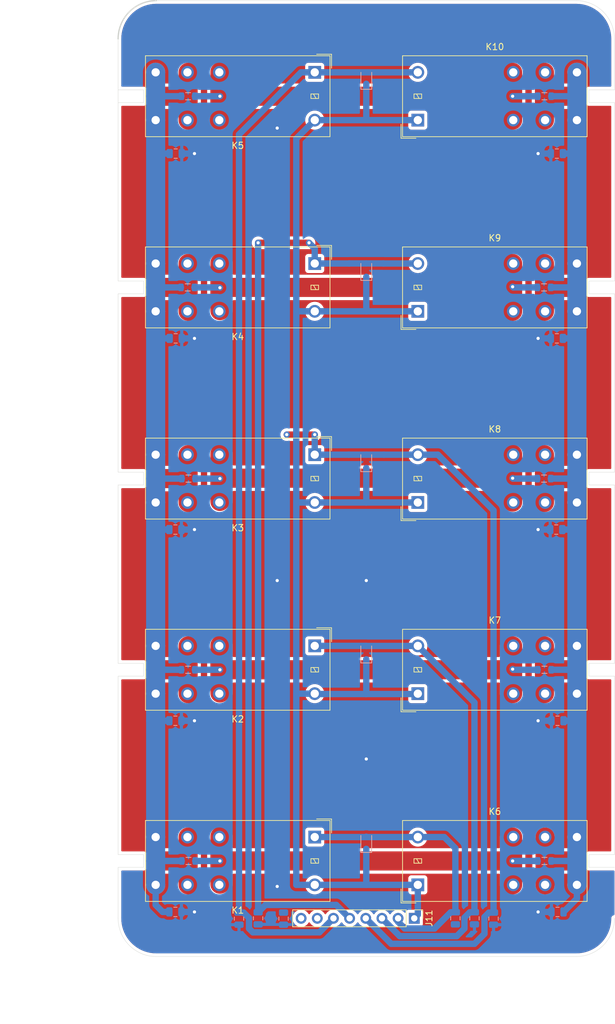
<source format=kicad_pcb>
(kicad_pcb (version 20240108) (generator "pcbnew") (generator_version "8.0")
  (layers (0 "F.Cu" signal) (31 "B.Cu" signal) (34 "B.Paste" user) (35 "F.Paste" user) (36 "B.SilkS" user "B.Silkscreen") (37 "F.SilkS" user "F.Silkscreen") (38 "B.Mask" user) (39 "F.Mask" user) (44 "Edge.Cuts" user))
  (net 0 "")
  (net 1 "/12V")
  (net 2 "GND")
  (net 3 "/Radio_1\\")
  (net 4 "/Radio_2\\")
  (net 5 "/Radio_3\\")
  (net 6 "/Radio_4\\")
  (net 7 "/Amplifier\\")
  (net 8 "Net-(K1-Pad12)_1")
  (net 9 "Net-(K2-Pad12)_1")
  (net 10 "Net-(K3-Pad12)_1")
  (net 11 "Net-(K4-Pad12)_1")
  (net 12 "Net-(K10-Pad12)_1")
  (net 13 "Net-(C1-Pad1)")
  (net 14 "Net-(C18-Pad1)")
  (net 17 "Net-(K1-Pad11)_1")
  (net 18 "Net-(K2-Pad11)_1")
  (net 19 "Net-(K3-Pad11)_1")
  (net 20 "Net-(K4-Pad11)_1")
  (net 21 "Net-(K5-Pad11)_1")
  (net 22 "Net-(K6-Pad11)_1")
  (net 23 "Net-(K7-Pad11)_1")
  (net 24 "Net-(K8-Pad11)")
  (net 25 "Net-(K9-Pad11)")
  (net 26 "Net-(K10-Pad11)_1")
  (footprint "Relay_4to1:Relay_SPDT_Omron_G2RL-1-E" (layer "F.Cu") (at 138 30 90)
    (property "Reference" "K10")
    (property "Value" "G2RL-1-E")
  )
  (footprint "Relay_4to1:Relay_SPDT_Omron_G2RL-1-E" (layer "F.Cu") (at 82 30 -90)
    (property "Reference" "K5")
    (property "Value" "G2RL-1-E")
  )
  (footprint "Relay_4to1:Relay_SPDT_Omron_G2RL-1-E" (layer "F.Cu") (at 82 120 -90)
    (property "Reference" "K2")
    (property "Value" "G2RL-1-E")
  )
  (footprint "Relay_4to1:Relay_SPDT_Omron_G2RL-1-E" (layer "F.Cu") (at 82 150 -90)
    (property "Reference" "K1")
    (property "Value" "G2RL-1-E")
  )
  (footprint "Relay_4to1:Relay_SPDT_Omron_G2RL-1-E" (layer "F.Cu") (at 138 150 90)
    (property "Reference" "K6")
    (property "Value" "G2RL-1-E")
  )
  (footprint "Connector_PinHeader_2.54mm:PinHeader_1x08_P2.54mm_Vertical" (layer "F.Cu") (at 117.54 159 -90)
    (property "Reference" "J11")
    (property "Value" "Conn_01x08_Pin" (hide yes))
  )
  (footprint "Relay_4to1:Relay_SPDT_Omron_G2RL-1-E" (layer "F.Cu") (at 138 90 90)
    (property "Reference" "K8")
    (property "Value" "G2RL-1-E")
  )
  (footprint "Relay_4to1:Relay_SPDT_Omron_G2RL-1-E" (layer "F.Cu") (at 82 90 -90)
    (property "Reference" "K3")
    (property "Value" "G2RL-1-E")
  )
  (footprint "Relay_4to1:Relay_SPDT_Omron_G2RL-1-E" (layer "F.Cu") (at 138 60 90)
    (property "Reference" "K9")
    (property "Value" "G2RL-1-E")
  )
  (footprint "Relay_4to1:Relay_SPDT_Omron_G2RL-1-E" (layer "F.Cu") (at 82 60 -90)
    (property "Reference" "K4")
    (property "Value" "G2RL-1-E")
  )
  (footprint "Relay_4to1:Relay_SPDT_Omron_G2RL-1-E" (layer "F.Cu") (at 138 120 90)
    (property "Reference" "K7")
    (property "Value" "G2RL-1-E")
  )
  (footprint "Inductor_SMD:L_0805_2012Metric" (layer "B.Cu") (at 82 120 180)
    (property "Reference" "L7" (hide yes))
    (property "Value" "L_Small" (hide yes))
  )
  (footprint "Inductor_SMD:L_0805_2012Metric" (layer "B.Cu") (at 82.0625 90 180)
    (property "Reference" "L8" (hide yes))
    (property "Value" "L_Small" (hide yes))
  )
  (footprint "Capacitor_SMD:C_0805_2012Metric" (layer "B.Cu") (at 80 98)
    (property "Reference" "C21" (hide yes))
    (property "Value" "5p" (hide yes))
  )
  (footprint "Capacitor_SMD:C_0805_2012Metric" (layer "B.Cu") (at 139.95 68 180)
    (property "Reference" "C4" (hide yes))
    (property "Value" "5p" (hide yes))
  )
  (footprint "Inductor_SMD:L_0805_2012Metric" (layer "B.Cu") (at 138 120 180)
    (property "Reference" "L2" (hide yes))
    (property "Value" "L_Small" (hide yes))
  )
  (footprint "Capacitor_SMD:C_0805_2012Metric" (layer "B.Cu") (at 80 158)
    (property "Reference" "C18" (hide yes))
    (property "Value" "5p" (hide yes))
  )
  (footprint "Diode_SMD:D_SOD-323" (layer "B.Cu") (at 109.993422 87.295989 90)
    (property "Reference" "D3" (hide yes))
    (property "Value" "D" (hide yes))
  )
  (footprint "Inductor_SMD:L_0805_2012Metric" (layer "B.Cu") (at 82.0625 150 180)
    (property "Reference" "L6" (hide yes))
    (property "Value" "L_Small" (hide yes))
  )
  (footprint "Capacitor_SMD:C_0805_2012Metric" (layer "B.Cu") (at 140.05 158 180)
    (property "Reference" "C1" (hide yes))
    (property "Value" "5p" (hide yes))
  )
  (footprint "Capacitor_SMD:C_0805_2012Metric" (layer "B.Cu") (at 139.95 39 180)
    (property "Reference" "C5" (hide yes))
    (property "Value" "5p" (hide yes))
  )
  (footprint "Capacitor_SMD:C_0805_2012Metric" (layer "B.Cu") (at 124 159 -90)
    (property "Reference" "C8" (hide yes))
    (property "Value" ".01" (hide yes))
  )
  (footprint "Inductor_SMD:L_0805_2012Metric" (layer "B.Cu") (at 138 30 180)
    (property "Reference" "L5" (hide yes))
    (property "Value" "L_Small" (hide yes))
  )
  (footprint "Capacitor_SMD:C_0805_2012Metric" (layer "B.Cu") (at 93 159 -90)
    (property "Reference" "C16" (hide yes))
    (property "Value" ".01" (hide yes))
  )
  (footprint "Capacitor_SMD:C_0805_2012Metric" (layer "B.Cu") (at 80.05 68)
    (property "Reference" "C22" (hide yes))
    (property "Value" "5p" (hide yes))
  )
  (footprint "Capacitor_SMD:C_0805_2012Metric" (layer "B.Cu") (at 139.8524 98 180)
    (property "Reference" "C3" (hide yes))
    (property "Value" "5p" (hide yes))
  )
  (footprint "Capacitor_SMD:C_0805_2012Metric" (layer "B.Cu") (at 140.05 128 180)
    (property "Reference" "C2" (hide yes))
    (property "Value" "5p" (hide yes))
  )
  (footprint "Capacitor_SMD:C_0805_2012Metric" (layer "B.Cu") (at 97 159.05 -90)
    (property "Reference" "C14" (hide yes))
    (property "Value" ".01" (hide yes))
  )
  (footprint "Inductor_SMD:L_0805_2012Metric" (layer "B.Cu") (at 137.9375 60 180)
    (property "Reference" "L4" (hide yes))
    (property "Value" "L_Small" (hide yes))
  )
  (footprint "Diode_SMD:D_SOD-323" (layer "B.Cu") (at 110.006999 27.300975 90)
    (property "Reference" "D5" (hide yes))
    (property "Value" "D" (hide yes))
  )
  (footprint "Inductor_SMD:L_0805_2012Metric" (layer "B.Cu") (at 137.9375 90 180)
    (property "Reference" "L3" (hide yes))
    (property "Value" "L_Small" (hide yes))
  )
  (footprint "Inductor_SMD:L_0805_2012Metric" (layer "B.Cu") (at 81.9375 60 180)
    (property "Reference" "L9" (hide yes))
    (property "Value" "L_Small" (hide yes))
  )
  (footprint "Inductor_SMD:L_0805_2012Metric" (layer "B.Cu") (at 82 30 180)
    (property "Reference" "L10" (hide yes))
    (property "Value" "L_Small" (hide yes))
  )
  (footprint "Capacitor_SMD:C_0805_2012Metric" (layer "B.Cu") (at 90 159.05 -90)
    (property "Reference" "C15" (hide yes))
    (property "Value" ".01" (hide yes))
  )
  (footprint "Diode_SMD:D_SOD-323" (layer "B.Cu") (at 110 147.05 90)
    (property "Reference" "D1" (hide yes))
    (property "Value" "D" (hide yes))
  )
  (footprint "Capacitor_SMD:C_0805_2012Metric" (layer "B.Cu") (at 80.05 39)
    (property "Reference" "C24" (hide yes))
    (property "Value" "5p" (hide yes))
  )
  (footprint "Capacitor_SMD:C_0805_2012Metric" (layer "B.Cu") (at 130 159.05 -90)
    (property "Reference" "C6" (hide yes))
    (property "Value" ".01" (hide yes))
  )
  (footprint "Capacitor_SMD:C_0805_2012Metric" (layer "B.Cu") (at 80 128)
    (property "Reference" "C20" (hide yes))
    (property "Value" "5p" (hide yes))
  )
  (footprint "Diode_SMD:D_SOD-323" (layer "B.Cu") (at 110 57.288812 90)
    (property "Reference" "D4" (hide yes))
    (property "Value" "D" (hide yes))
  )
  (footprint "Capacitor_SMD:C_0805_2012Metric" (layer "B.Cu") (at 127 159 -90)
    (property "Reference" "C7" (hide yes))
    (property "Value" ".01" (hide yes))
  )
  (footprint "Inductor_SMD:L_0805_2012Metric" (layer "B.Cu") (at 138 150 180)
    (property "Reference" "L1" (hide yes))
    (property "Value" "L_Small" (hide yes))
  )
  (footprint "Diode_SMD:D_SOD-323" (layer "B.Cu") (at 109.992106 117.313303 90)
    (property "Reference" "D2" (hide yes))
    (property "Value" "D" (hide yes))
  )
  (gr_line (start 149 119) (end 145 119) (stroke (width 0.05)) (layer "Edge.Cuts"))
  (gr_line (start 145 121) (end 149 121) (stroke (width 0.05)) (layer "Edge.Cuts"))
  (gr_line (start 75 91) (end 75 89) (stroke (width 0.05)) (layer "Edge.Cuts"))
  (gr_line (start 145 61) (end 149 61) (stroke (width 0.05)) (layer "Edge.Cuts"))
  (gr_line (start 71 91) (end 75 91) (stroke (width 0.05)) (layer "Edge.Cuts"))
  (gr_arc (start 71 21) (mid 72.757359 16.757359) (end 77 15) (stroke (width 0.2)) (layer "Edge.Cuts"))
  (gr_line (start 71 21) (end 71 59) (stroke (width 0.05)) (layer "Edge.Cuts"))
  (gr_line (start 149 121) (end 149 149) (stroke (width 0.05)) (layer "Edge.Cuts"))
  (gr_arc (start 143 15) (mid 147.242641 16.757359) (end 149 21) (stroke (width 0.05)) (layer "Edge.Cuts"))
  (gr_line (start 145 89) (end 145 91) (stroke (width 0.05)) (layer "Edge.Cuts"))
  (gr_line (start 149 149) (end 145 149) (stroke (width 0.05)) (layer "Edge.Cuts"))
  (gr_line (start 71 61) (end 75 61) (stroke (width 0.05)) (layer "Edge.Cuts"))
  (gr_line (start 145 31) (end 149 31) (stroke (width 0.05)) (layer "Edge.Cuts"))
  (gr_line (start 71 61) (end 71 89) (stroke (width 0.05)) (layer "Edge.Cuts"))
  (gr_line (start 77 15) (end 143 15) (stroke (width 0.05)) (layer "Edge.Cuts"))
  (gr_line (start 145 149) (end 145 151) (stroke (width 0.05)) (layer "Edge.Cuts"))
  (gr_line (start 149 119) (end 149 91) (stroke (width 0.05)) (layer "Edge.Cuts"))
  (gr_line (start 75 121) (end 75 119) (stroke (width 0.05)) (layer "Edge.Cuts"))
  (gr_arc (start 77 165) (mid 72.757359 163.242641) (end 71 159) (stroke (width 0.05)) (layer "Edge.Cuts"))
  (gr_line (start 145 59) (end 145 61) (stroke (width 0.05)) (layer "Edge.Cuts"))
  (gr_line (start 145 119) (end 145 121) (stroke (width 0.05)) (layer "Edge.Cuts"))
  (gr_line (start 75 59) (end 71 59) (stroke (width 0.05)) (layer "Edge.Cuts"))
  (gr_line (start 71 151) (end 75 151) (stroke (width 0.05)) (layer "Edge.Cuts"))
  (gr_line (start 75 61) (end 75 59) (stroke (width 0.05)) (layer "Edge.Cuts"))
  (gr_line (start 149 89) (end 145 89) (stroke (width 0.05)) (layer "Edge.Cuts"))
  (gr_line (start 145 91) (end 149 91) (stroke (width 0.05)) (layer "Edge.Cuts"))
  (gr_line (start 71 151) (end 71 159) (stroke (width 0.05)) (layer "Edge.Cuts"))
  (gr_line (start 149 31) (end 149 59) (stroke (width 0.05)) (layer "Edge.Cuts"))
  (gr_line (start 71 119) (end 71 91) (stroke (width 0.05)) (layer "Edge.Cuts"))
  (gr_line (start 145 151) (end 149 151) (stroke (width 0.05)) (layer "Edge.Cuts"))
  (gr_line (start 145 29) (end 145 31) (stroke (width 0.05)) (layer "Edge.Cuts"))
  (gr_line (start 75 149) (end 71 149) (stroke (width 0.05)) (layer "Edge.Cuts"))
  (gr_line (start 75 119) (end 71 119) (stroke (width 0.05)) (layer "Edge.Cuts"))
  (gr_line (start 149 59) (end 145 59) (stroke (width 0.05)) (layer "Edge.Cuts"))
  (gr_line (start 71 149) (end 71 121) (stroke (width 0.05)) (layer "Edge.Cuts"))
  (gr_line (start 75 89) (end 71 89) (stroke (width 0.05)) (layer "Edge.Cuts"))
  (gr_line (start 71 121) (end 75 121) (stroke (width 0.05)) (layer "Edge.Cuts"))
  (gr_line (start 71 31) (end 75 31) (stroke (width 0.05)) (layer "Edge.Cuts"))
  (gr_line (start 75 29) (end 71 29) (stroke (width 0.05)) (layer "Edge.Cuts"))
  (gr_line (start 75 151) (end 75 149) (stroke (width 0.05)) (layer "Edge.Cuts"))
  (gr_line (start 149 61) (end 149 89) (stroke (width 0.05)) (layer "Edge.Cuts"))
  (gr_line (start 75 31) (end 75 29) (stroke (width 0.05)) (layer "Edge.Cuts"))
  (gr_line (start 149 29) (end 149 21) (stroke (width 0.05)) (layer "Edge.Cuts"))
  (gr_line (start 143 165) (end 77 165) (stroke (width 0.05)) (layer "Edge.Cuts"))
  (gr_line (start 149 29) (end 145 29) (stroke (width 0.05)) (layer "Edge.Cuts"))
  (gr_arc (start 149 159) (mid 147.242641 163.242641) (end 143 165) (stroke (width 0.05)) (layer "Edge.Cuts"))
  (segment (start 110 33.75) (end 110 31.05) (width 1) (layer "B.Cu") (net 1))
  (segment (start 101.9 93.75) (end 110 93.75) (width 1) (layer "B.Cu") (net 1))
  (segment (start 118.042 123.808) (end 110 123.808) (width 1) (layer "B.Cu") (net 1))
  (segment (start 110 151.1) (end 110 148.1) (width 1) (layer "B.Cu") (net 1))
  (segment (start 99 63.75) (end 101.9 63.75) (width 1) (layer "B.Cu") (net 1))
  (segment (start 101.9 33.75) (end 110 33.75) (width 1) (layer "B.Cu") (net 1))
  (segment (start 118.1 153.75) (end 118.1 158.44) (width 1) (layer "B.Cu") (net 1))
  (segment (start 99 123.75) (end 99 153.75) (width 1) (layer "B.Cu") (net 1))
  (segment (start 110 123.808) (end 101.958 123.808) (width 1) (layer "B.Cu") (net 1))
  (segment (start 110 63.75) (end 110 61.05) (width 1) (layer "B.Cu") (net 1))
  (segment (start 101.9 153.75) (end 110 153.75) (width 1) (layer "B.Cu") (net 1))
  (segment (start 110 88.352567) (end 109.993422 88.345989) (width 1) (layer "B.Cu") (net 1))
  (segment (start 101.9 63.75) (end 110 63.75) (width 1) (layer "B.Cu") (net 1))
  (segment (start 99 93.75) (end 99 94.75) (width 1) (layer "B.Cu") (net 1))
  (segment (start 110 61.05) (end 110 58.338812) (width 1) (layer "B.Cu") (net 1))
  (segment (start 118.1 33.75) (end 110 33.75) (width 1) (layer "B.Cu") (net 1))
  (segment (start 118.1 63.75) (end 110 63.75) (width 1) (layer "B.Cu") (net 1))
  (segment (start 118.1 123.75) (end 118.042 123.808) (width 1) (layer "B.Cu") (net 1))
  (segment (start 118.1 93.75) (end 110 93.75) (width 1) (layer "B.Cu") (net 1))
  (segment (start 99 36.65) (end 99 94.75) (width 1) (layer "B.Cu") (net 1))
  (segment (start 99 94.75) (end 99 123.75) (width 1) (layer "B.Cu") (net 1))
  (segment (start 110 153.75) (end 110 151.1) (width 1) (layer "B.Cu") (net 1))
  (segment (start 101.9 93.75) (end 99 93.75) (width 1) (layer "B.Cu") (net 1))
  (segment (start 110 118.371197) (end 110 123.808) (width 1) (layer "B.Cu") (net 1))
  (segment (start 109.992106 118.363303) (end 110 118.371197) (width 1) (layer "B.Cu") (net 1))
  (segment (start 101.9 33.75) (end 99 36.65) (width 1) (layer "B.Cu") (net 1))
  (segment (start 110 93.75) (end 110 88.352567) (width 1) (layer "B.Cu") (net 1))
  (segment (start 118.1 158.44) (end 117.54 159) (width 1) (layer "B.Cu") (net 1))
  (segment (start 101.9 123.75) (end 99 123.75) (width 1) (layer "B.Cu") (net 1))
  (segment (start 101.9 153.75) (end 99 153.75) (width 1) (layer "B.Cu") (net 1))
  (segment (start 110 153.75) (end 118.1 153.75) (width 1) (layer "B.Cu") (net 1))
  (segment (start 101.958 123.808) (end 101.9 123.75) (width 1) (layer "B.Cu") (net 1))
  (segment (start 110 31.05) (end 110 28.05) (width 1) (layer "B.Cu") (net 1))
  (via (at 137 39) (size 1) (drill 0.5) (layers "F.Cu" "B.Cu") (net 2))
  (via (at 96 35) (size 1) (drill 0.5) (layers "F.Cu" "B.Cu") (net 2))
  (via (at 83 98) (size 1) (drill 0.5) (layers "F.Cu" "B.Cu") (net 2))
  (via (at 137 158) (size 1) (drill 0.5) (layers "F.Cu" "B.Cu") (net 2))
  (via (at 96 154) (size 1) (drill 0.5) (layers "F.Cu" "B.Cu") (net 2))
  (via (at 96 106) (size 1) (drill 0.5) (layers "F.Cu" "B.Cu") (net 2))
  (via (at 110 106) (size 1) (drill 0.5) (layers "F.Cu" "B.Cu") (net 2))
  (via (at 83 128) (size 1) (drill 0.5) (layers "F.Cu" "B.Cu") (net 2))
  (via (at 110 134) (size 1) (drill 0.5) (layers "F.Cu" "B.Cu") (net 2))
  (via (at 83 158) (size 1) (drill 0.5) (layers "F.Cu" "B.Cu") (net 2))
  (via (at 137 98) (size 1) (drill 0.5) (layers "F.Cu" "B.Cu") (net 2))
  (via (at 83 39) (size 1) (drill 0.5) (layers "F.Cu" "B.Cu") (net 2))
  (via (at 137 128) (size 1) (drill 0.5) (layers "F.Cu" "B.Cu") (net 2))
  (via (at 83 68) (size 1) (drill 0.5) (layers "F.Cu" "B.Cu") (net 2))
  (via (at 137 68) (size 1) (drill 0.5) (layers "F.Cu" "B.Cu") (net 2))
  (segment (start 81 39) (end 83 39) (width 1) (layer "B.Cu") (net 2))
  (segment (start 139.1 128) (end 137 128) (width 1) (layer "B.Cu") (net 2))
  (segment (start 83 158) (end 80.95 158) (width 1) (layer "B.Cu") (net 2))
  (segment (start 80.95 98) (end 83 98) (width 1) (layer "B.Cu") (net 2))
  (segment (start 138.9024 98) (end 137 98) (width 1) (layer "B.Cu") (net 2))
  (segment (start 137 158) (end 139.1 158) (width 1) (layer "B.Cu") (net 2))
  (segment (start 139 68) (end 137 68) (width 1) (layer "B.Cu") (net 2))
  (segment (start 83 128) (end 80.95 128) (width 1) (layer "B.Cu") (net 2))
  (segment (start 81 68) (end 83 68) (width 1) (layer "B.Cu") (net 2))
  (segment (start 139 39) (end 137 39) (width 1) (layer "B.Cu") (net 2))
  (segment (start 118.1 146.25) (end 122.25 146.25) (width 1) (layer "B.Cu") (net 3))
  (segment (start 123.275 158.05) (end 124 158.05) (width 1) (layer "B.Cu") (net 3))
  (segment (start 115 159) (end 115 159.56) (width 1) (layer "B.Cu") (net 3))
  (segment (start 122.25 146.25) (end 124 148) (width 1) (layer "B.Cu") (net 3))
  (segment (start 120.725 160.6) (end 123.275 158.05) (width 1) (layer "B.Cu") (net 3))
  (segment (start 124 148) (end 124 158.05) (width 1) (layer "B.Cu") (net 3))
  (segment (start 115 159.56) (end 116.04 160.6) (width 1) (layer "B.Cu") (net 3))
  (segment (start 101.9 146.25) (end 118.1 146.25) (width 1) (layer "B.Cu") (net 3))
  (segment (start 116.04 160.6) (end 120.725 160.6) (width 1) (layer "B.Cu") (net 3))
  (segment (start 118.1 116.29) (end 118.1 116.25) (width 1) (layer "B.Cu") (net 4))
  (segment (start 118.086697 116.263303) (end 109.992106 116.263303) (width 1) (layer "B.Cu") (net 4))
  (segment (start 125.425 160.60043) (end 124.22543 161.8) (width 1) (layer "B.Cu") (net 4))
  (segment (start 127 158.05) (end 126.275 158.05) (width 1) (layer "B.Cu") (net 4))
  (segment (start 118.082 116.308) (end 118.1 116.29) (width 1) (layer "B.Cu") (net 4))
  (segment (start 118.1 116.25) (end 118.086697 116.263303) (width 1) (layer "B.Cu") (net 4))
  (segment (start 124.22543 161.8) (end 115.26 161.8) (width 1) (layer "B.Cu") (net 4))
  (segment (start 127 125.15) (end 127 158.05) (width 1) (layer "B.Cu") (net 4))
  (segment (start 109.978803 116.25) (end 101.9 116.25) (width 1) (layer "B.Cu") (net 4))
  (segment (start 109.992106 116.263303) (end 109.978803 116.25) (width 1) (layer "B.Cu") (net 4))
  (segment (start 125.425 158.9) (end 125.425 160.60043) (width 1) (layer "B.Cu") (net 4))
  (segment (start 115.26 161.8) (end 112.46 159) (width 1) (layer "B.Cu") (net 4))
  (segment (start 118.1 116.25) (end 127 125.15) (width 1) (layer "B.Cu") (net 4))
  (segment (start 126.275 158.05) (end 125.425 158.9) (width 1) (layer "B.Cu") (net 4))
  (segment (start 97.5 83.1) (end 101.9 83.1) (width 1) (layer "F.Cu") (net 5))
  (via (at 101.9 83.1) (size 1) (drill 0.5) (layers "F.Cu" "B.Cu") (net 5))
  (via (at 97.5 83.1) (size 1) (drill 0.5) (layers "F.Cu" "B.Cu") (net 5))
  (segment (start 128.575 161.425) (end 127 163) (width 1) (layer "B.Cu") (net 5))
  (segment (start 118.1 86.25) (end 121.25 86.25) (width 1) (layer "B.Cu") (net 5))
  (segment (start 113.92 163) (end 109.92 159) (width 1) (layer "B.Cu") (net 5))
  (segment (start 121.25 86.25) (end 130 95) (width 1) (layer "B.Cu") (net 5))
  (segment (start 127 163) (end 113.92 163) (width 1) (layer "B.Cu") (net 5))
  (segment (start 118.1 86.25) (end 112.75 86.25) (width 1) (layer "B.Cu") (net 5))
  (segment (start 128.575 158.8) (end 128.575 161.425) (width 1) (layer "B.Cu") (net 5))
  (segment (start 101.9 83.1) (end 101.9 86.25) (width 1) (layer "B.Cu") (net 5))
  (segment (start 101.9 86.25) (end 107.25 86.25) (width 1) (layer "B.Cu") (net 5))
  (segment (start 107.25 86.25) (end 107.254011 86.245989) (width 1) (layer "B.Cu") (net 5))
  (segment (start 112.75 86.25) (end 112.745989 86.245989) (width 1) (layer "B.Cu") (net 5))
  (segment (start 130 158.1) (end 129.275 158.1) (width 1) (layer "B.Cu") (net 5))
  (segment (start 107.254011 86.245989) (end 109.993422 86.245989) (width 1) (layer "B.Cu") (net 5))
  (segment (start 130 95) (end 130 158.1) (width 1) (layer "B.Cu") (net 5))
  (segment (start 129.275 158.1) (end 128.575 158.8) (width 1) (layer "B.Cu") (net 5))
  (segment (start 112.745989 86.245989) (end 109.993422 86.245989) (width 1) (layer "B.Cu") (net 5))
  (segment (start 93 53) (end 101 53) (width 1) (layer "F.Cu") (net 6))
  (via (at 93 53) (size 1) (drill 0.5) (layers "F.Cu" "B.Cu") (net 6))
  (via (at 101 53) (size 1) (drill 0.5) (layers "F.Cu" "B.Cu") (net 6))
  (segment (start 107.3 56.25) (end 107.311188 56.238812) (width 1) (layer "B.Cu") (net 6))
  (segment (start 112.688812 56.238812) (end 110 56.238812) (width 1) (layer "B.Cu") (net 6))
  (segment (start 101.9 56.25) (end 107.3 56.25) (width 1) (layer "B.Cu") (net 6))
  (segment (start 101.9 53.9) (end 101.9 56.25) (width 1) (layer "B.Cu") (net 6))
  (segment (start 112.7 56.25) (end 112.688812 56.238812) (width 1) (layer "B.Cu") (net 6))
  (segment (start 118.1 56.25) (end 112.7 56.25) (width 1) (layer "B.Cu") (net 6))
  (segment (start 101 53) (end 101.9 53.9) (width 1) (layer "B.Cu") (net 6))
  (segment (start 93 53) (end 93 158.05) (width 1) (layer "B.Cu") (net 6))
  (segment (start 107.311188 56.238812) (end 110 56.238812) (width 1) (layer "B.Cu") (net 6))
  (segment (start 105.28 156.9) (end 107.38 159) (width 1) (layer "B.Cu") (net 6))
  (segment (start 93 158.05) (end 94.15 156.9) (width 1) (layer "B.Cu") (net 6))
  (segment (start 94.15 156.9) (end 105.28 156.9) (width 1) (layer "B.Cu") (net 6))
  (segment (start 99.75 26.25) (end 90 36) (width 1) (layer "B.Cu") (net 7))
  (segment (start 91.575 158.95) (end 91.575 160.60043) (width 1) (layer "B.Cu") (net 7))
  (segment (start 91.575 160.60043) (end 92.17457 161.2) (width 1) (layer "B.Cu") (net 7))
  (segment (start 90 36) (end 90 158.1) (width 1) (layer "B.Cu") (net 7))
  (segment (start 90 158.1) (end 90.725 158.1) (width 1) (layer "B.Cu") (net 7))
  (segment (start 101.9 26.25) (end 118.1 26.25) (width 1) (layer "B.Cu") (net 7))
  (segment (start 101.9 26.25) (end 99.75 26.25) (width 1) (layer "B.Cu") (net 7))
  (segment (start 92.17457 161.2) (end 102.64 161.2) (width 1) (layer "B.Cu") (net 7))
  (segment (start 102.64 161.2) (end 104.84 159) (width 1) (layer "B.Cu") (net 7))
  (segment (start 90.725 158.1) (end 91.575 158.95) (width 1) (layer "B.Cu") (net 7))
  (segment (start 87 146.175) (end 87 153.65) (width 3) (layer "F.Cu") (net 8))
  (segment (start 133 150) (end 87 150) (width 3) (layer "F.Cu") (net 8))
  (segment (start 133 146.25) (end 133 149.9) (width 3) (layer "F.Cu") (net 8))
  (segment (start 133 149.9) (end 133 153.75) (width 3) (layer "F.Cu") (net 8))
  (via (at 133 150) (size 1) (drill 0.5) (layers "F.Cu" "B.Cu") (net 8))
  (via (at 87 150) (size 1) (drill 0.5) (layers "F.Cu" "B.Cu") (net 8))
  (segment (start 83.125 150) (end 87 150) (width 1) (layer "B.Cu") (net 8))
  (segment (start 136.9375 150) (end 133 150) (width 1) (layer "B.Cu") (net 8))
  (segment (start 133 119.9) (end 133 123.75) (width 3) (layer "F.Cu") (net 9))
  (segment (start 133 120) (end 87 120) (width 3) (layer "F.Cu") (net 9))
  (segment (start 87 116.175) (end 87 123.65) (width 3) (layer "F.Cu") (net 9))
  (segment (start 133 116.25) (end 133 119.9) (width 3) (layer "F.Cu") (net 9))
  (via (at 87 120) (size 1) (drill 0.5) (layers "F.Cu" "B.Cu") (net 9))
  (via (at 133 119.9) (size 1) (drill 0.5) (layers "F.Cu" "B.Cu") (net 9))
  (segment (start 83.0625 120) (end 87 120) (width 1) (layer "B.Cu") (net 9))
  (segment (start 136.9375 120) (end 133.1 120) (width 1) (layer "B.Cu") (net 9))
  (segment (start 133.1 120) (end 133 119.9) (width 1) (layer "B.Cu") (net 9))
  (segment (start 133 86.1875) (end 133 89.8375) (width 3) (layer "F.Cu") (net 10))
  (segment (start 133 89.9375) (end 87 89.9375) (width 3) (layer "F.Cu") (net 10))
  (segment (start 87 86.1125) (end 87 93.5875) (width 3) (layer "F.Cu") (net 10))
  (segment (start 133 89.8375) (end 133 93.6875) (width 3) (layer "F.Cu") (net 10))
  (via (at 133 89.9375) (size 1) (drill 0.5) (layers "F.Cu" "B.Cu") (net 10))
  (via (at 87 90) (size 1) (drill 0.5) (layers "F.Cu" "B.Cu") (net 10))
  (segment (start 83.125 90) (end 87 90) (width 1) (layer "B.Cu") (net 10))
  (segment (start 136.875 90) (end 133.0625 90) (width 1) (layer "B.Cu") (net 10))
  (segment (start 133.0625 90) (end 133 89.9375) (width 1) (layer "B.Cu") (net 10))
  (segment (start 87 60) (end 87 60.05) (width 3) (layer "F.Cu") (net 11))
  (segment (start 133 59.9) (end 133 63.75) (width 3) (layer "F.Cu") (net 11))
  (segment (start 87 56.175) (end 87 60.05) (width 3) (layer "F.Cu") (net 11))
  (segment (start 133 56.25) (end 133 59.9) (width 3) (layer "F.Cu") (net 11))
  (segment (start 133 60) (end 87 60) (width 3) (layer "F.Cu") (net 11))
  (segment (start 87 60.05) (end 87 63.65) (width 3) (layer "F.Cu") (net 11))
  (via (at 133 59.9) (size 1) (drill 0.5) (layers "F.Cu" "B.Cu") (net 11))
  (via (at 87 60.05) (size 1) (drill 0.5) (layers "F.Cu" "B.Cu") (net 11))
  (segment (start 83 60) (end 86.85 60) (width 1) (layer "B.Cu") (net 11))
  (segment (start 136.875 60) (end 133.1 60) (width 1) (layer "B.Cu") (net 11))
  (segment (start 133.1 60) (end 133 59.9) (width 1) (layer "B.Cu") (net 11))
  (segment (start 133 30) (end 87 30) (width 3) (layer "F.Cu") (net 12))
  (segment (start 133 29.9) (end 133 33.75) (width 3) (layer "F.Cu") (net 12))
  (segment (start 87 33.65) (end 86.9 33.75) (width 3) (layer "F.Cu") (net 12))
  (segment (start 133 26.25) (end 133 29.9) (width 3) (layer "F.Cu") (net 12))
  (segment (start 87 26.175) (end 87 33.65) (width 3) (layer "F.Cu") (net 12))
  (via (at 87 30) (size 1) (drill 0.5) (layers "F.Cu" "B.Cu") (net 12))
  (via (at 133 30) (size 1) (drill 0.5) (layers "F.Cu" "B.Cu") (net 12))
  (segment (start 136.9375 30) (end 133 30) (width 1) (layer "B.Cu") (net 12))
  (segment (start 83.0625 30) (end 87 30) (width 1) (layer "B.Cu") (net 12))
  (segment (start 143.1 150) (end 143.1 128) (width 3) (layer "B.Cu") (net 13))
  (segment (start 143.1 128) (end 143.1 116.25) (width 3) (layer "B.Cu") (net 13))
  (segment (start 139 60) (end 143.1 60) (width 1) (layer "B.Cu") (net 13))
  (segment (start 143.1 153.75) (end 143.1 150) (width 3) (layer "B.Cu") (net 13))
  (segment (start 139.0625 150) (end 143.1 150) (width 1) (layer "B.Cu") (net 13))
  (segment (start 143.1 155.9) (end 143.1 153.75) (width 1) (layer "B.Cu") (net 13))
  (segment (start 143.1 30) (end 143.1 26.25) (width 3) (layer "B.Cu") (net 13))
  (segment (start 143.1 39) (end 143.1 30) (width 3) (layer "B.Cu") (net 13))
  (segment (start 140.9 39) (end 143.1 39) (width 1) (layer "B.Cu") (net 13))
  (segment (start 143.1 68) (end 143.1 60) (width 3) (layer "B.Cu") (net 13))
  (segment (start 143.1 90) (end 143.1 68) (width 3) (layer "B.Cu") (net 13))
  (segment (start 139.0625 30) (end 143.1 30) (width 1) (layer "B.Cu") (net 13))
  (segment (start 140.8024 98) (end 143.1 98) (width 1) (layer "B.Cu") (net 13))
  (segment (start 139 90) (end 143.1 90) (width 1) (layer "B.Cu") (net 13))
  (segment (start 143.1 116.25) (end 143.1 98) (width 3) (layer "B.Cu") (net 13))
  (segment (start 143.1 60) (end 143.1 39) (width 3) (layer "B.Cu") (net 13))
  (segment (start 141 128) (end 143.1 128) (width 1) (layer "B.Cu") (net 13))
  (segment (start 143.1 98) (end 143.1 90) (width 3) (layer "B.Cu") (net 13))
  (segment (start 141 158) (end 143.1 155.9) (width 1) (layer "B.Cu") (net 13))
  (segment (start 140.9 68) (end 143.1 68) (width 1) (layer "B.Cu") (net 13))
  (segment (start 139.0625 120) (end 143.05 120) (width 1) (layer "B.Cu") (net 13))
  (segment (start 78 158) (end 76.9 156.9) (width 1) (layer "B.Cu") (net 14))
  (segment (start 76.9 150) (end 76.9 128) (width 3) (layer "B.Cu") (net 14))
  (segment (start 79.1 68) (end 76.9 68) (width 1) (layer "B.Cu") (net 14))
  (segment (start 79.05 98) (end 76.9 98) (width 1) (layer "B.Cu") (net 14))
  (segment (start 76.9 156.9) (end 76.9 153.75) (width 1) (layer "B.Cu") (net 14))
  (segment (start 81 90) (end 76.9 90) (width 1) (layer "B.Cu") (net 14))
  (segment (start 80.875 60) (end 76.9 60) (width 1) (layer "B.Cu") (net 14))
  (segment (start 76.9 60) (end 76.9 39) (width 3) (layer "B.Cu") (net 14))
  (segment (start 76.9 98) (end 76.9 90) (width 3) (layer "B.Cu") (net 14))
  (segment (start 76.9 120) (end 76.9 98) (width 3) (layer "B.Cu") (net 14))
  (segment (start 79.1 39) (end 76.9 39) (width 1) (layer "B.Cu") (net 14))
  (segment (start 81 150) (end 76.9 150) (width 1) (layer "B.Cu") (net 14))
  (segment (start 80.9375 30) (end 76.9 30) (width 1) (layer "B.Cu") (net 14))
  (segment (start 79.05 158) (end 78 158) (width 1) (layer "B.Cu") (net 14))
  (segment (start 76.9 153.75) (end 76.9 150) (width 3) (layer "B.Cu") (net 14))
  (segment (start 76.9 128) (end 76.9 120) (width 3) (layer "B.Cu") (net 14))
  (segment (start 76.9 90) (end 76.9 68) (width 3) (layer "B.Cu") (net 14))
  (segment (start 79.05 128) (end 76.9 128) (width 1) (layer "B.Cu") (net 14))
  (segment (start 76.9 68) (end 76.9 60) (width 3) (layer "B.Cu") (net 14))
  (segment (start 80.9375 120) (end 76.9 120) (width 1) (layer "B.Cu") (net 14))
  (segment (start 76.9 30) (end 76.9 26.25) (width 3) (layer "B.Cu") (net 14))
  (segment (start 76.9 39) (end 76.9 30) (width 3) (layer "B.Cu") (net 14))
  (segment (start 77 150) (end 82 150) (width 3) (layer "F.Cu") (net 17))
  (segment (start 82 146.25) (end 82 149.9) (width 3) (layer "F.Cu") (net 17))
  (segment (start 82 149.9) (end 82 153.75) (width 3) (layer "F.Cu") (net 17))
  (segment (start 82 119.9) (end 82 123.75) (width 3) (layer "F.Cu") (net 18))
  (segment (start 82 116.25) (end 82 119.9) (width 3) (layer "F.Cu") (net 18))
  (segment (start 77 120) (end 82 120) (width 3) (layer "F.Cu") (net 18))
  (segment (start 82 89.9) (end 82 93.75) (width 3) (layer "F.Cu") (net 19))
  (segment (start 82 86.25) (end 82 89.9) (width 3) (layer "F.Cu") (net 19))
  (segment (start 77 90) (end 82 90) (width 3) (layer "F.Cu") (net 19))
  (segment (start 82 59.9) (end 82 63.75) (width 3) (layer "F.Cu") (net 20))
  (segment (start 77 60) (end 82 60) (width 3) (layer "F.Cu") (net 20))
  (segment (start 82 56.25) (end 82 59.9) (width 3) (layer "F.Cu") (net 20))
  (segment (start 82 26.25) (end 82 29.9) (width 3) (layer "F.Cu") (net 21))
  (segment (start 77 30) (end 82 30) (width 3) (layer "F.Cu") (net 21))
  (segment (start 82 29.9) (end 82 33.75) (width 3) (layer "F.Cu") (net 21))
  (segment (start 138.1 153.75) (end 138.1 150.1) (width 3) (layer "F.Cu") (net 22))
  (segment (start 143 150) (end 138.1 150) (width 3) (layer "F.Cu") (net 22))
  (segment (start 138.1 150.1) (end 138.1 146.25) (width 3) (layer "F.Cu") (net 22))
  (segment (start 138 120.1) (end 138 116.25) (width 3) (layer "F.Cu") (net 23))
  (segment (start 143 120) (end 138 120) (width 3) (layer "F.Cu") (net 23))
  (segment (start 138 123.75) (end 138 120.1) (width 3) (layer "F.Cu") (net 23))
  (segment (start 143 90) (end 138 90) (width 3) (layer "F.Cu") (net 24))
  (segment (start 138 93.75) (end 138 90.1) (width 3) (layer "F.Cu") (net 24))
  (segment (start 138 90.1) (end 138 86.25) (width 3) (layer "F.Cu") (net 24))
  (segment (start 143 60) (end 138 60) (width 3) (layer "F.Cu") (net 25))
  (segment (start 138 63.75) (end 138 60.1) (width 3) (layer "F.Cu") (net 25))
  (segment (start 138 60.1) (end 138 56.25) (width 3) (layer "F.Cu") (net 25))
  (segment (start 142.7 30) (end 138 30) (width 3) (layer "F.Cu") (net 26))
  (segment (start 138 30.1) (end 138 26.25) (width 3) (layer "F.Cu") (net 26))
  (segment (start 138 33.75) (end 138 30.1) (width 3) (layer "F.Cu") (net 26))
  (zone (net 2) (net_name "GND") (layer "F.Cu") (connect_pads (clearance 0.5)) (min_thickness 0.25) (fill yes (thermal_gap 0.5) (thermal_bridge_width 0.5))
    (polygon (pts (xy 149 14.9) (xy 149 164.9) (xy 71 165) (xy 71 15)))
  )
  (zone (net 2) (net_name "GND") (layer "B.Cu") (connect_pads (clearance 0.5)) (min_thickness 0.25) (fill yes (thermal_gap 0.5) (thermal_bridge_width 0.5))
    (polygon (pts (xy 149 15) (xy 149 165) (xy 71 165.1) (xy 71 15)))
  )
)
</source>
